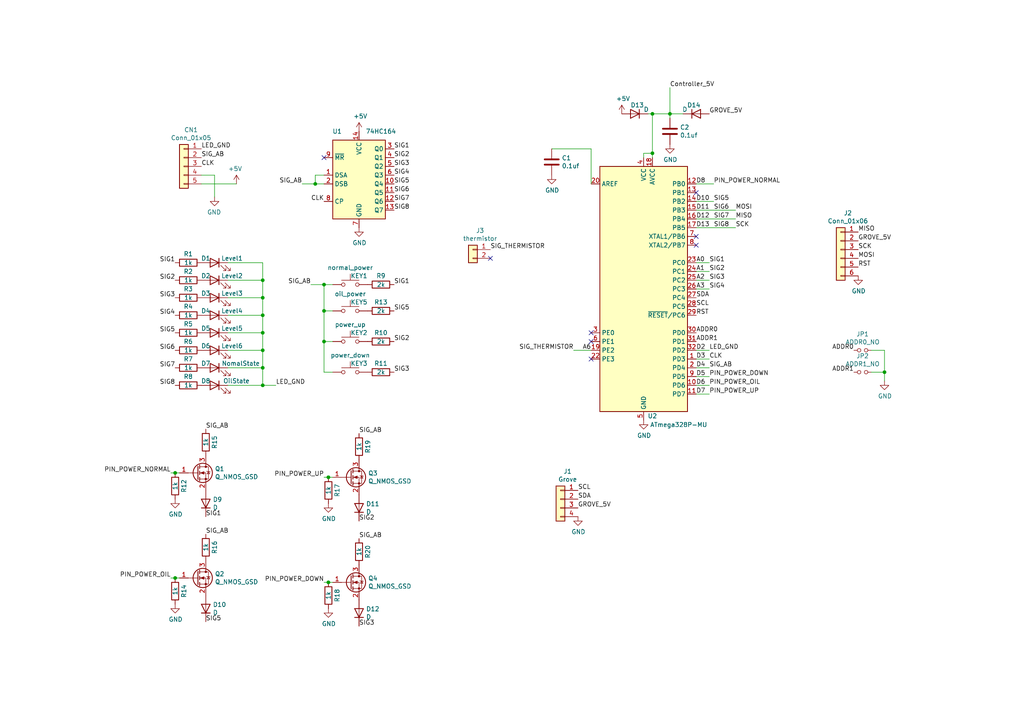
<source format=kicad_sch>
(kicad_sch (version 20230121) (generator eeschema)
  (paper "A4")
  (lib_symbols
    (symbol "74xx:74HC164"
      (property "Reference" "U" (at 1.905 -13.97 0))
      (property "Value" "74HC164" (at 1.905 -16.51 0))
      (symbol "74HC164_0_1"
        (rectangle (start 7.62 10.16) (end -7.62 -12.7) (stroke (width 0.254)) (fill (type background)))
      )
      (symbol "74HC164_1_1"
        (pin input line (at -10.16 0 0) (length 2.54) (name "DSA") (number "1"))
        (pin output line (at 10.16 -2.54 180) (length 2.54) (name "Q4") (number "10"))
        (pin output line (at 10.16 -5.08 180) (length 2.54) (name "Q5") (number "11"))
        (pin output line (at 10.16 -7.62 180) (length 2.54) (name "Q6") (number "12"))
        (pin output line (at 10.16 -10.16 180) (length 2.54) (name "Q7") (number "13"))
        (pin power_in line (at 0 12.7 270) (length 2.54) (name "VCC") (number "14"))
        (pin input line (at -10.16 -2.54 0) (length 2.54) (name "DSB") (number "2"))
        (pin output line (at 10.16 7.62 180) (length 2.54) (name "Q0") (number "3"))
        (pin output line (at 10.16 5.08 180) (length 2.54) (name "Q1") (number "4"))
        (pin output line (at 10.16 2.54 180) (length 2.54) (name "Q2") (number "5"))
        (pin output line (at 10.16 0 180) (length 2.54) (name "Q3") (number "6"))
        (pin power_in line (at 0 -15.24 90) (length 2.54) (name "GND") (number "7"))
        (pin input line (at -10.16 -7.62 0) (length 2.54) (name "CP") (number "8"))
        (pin input line (at -10.16 5.08 0) (length 2.54) (name "~{MR}") (number "9"))
      )
    )
    (symbol "Connector_Generic:Conn_01x02" (pin_names (offset 1.016) hide)
      (property "Reference" "J" (at 0 2.54 0))
      (property "Value" "Conn_01x02" (at 0 -5.08 0))
      (symbol "Conn_01x02_1_1"
        (rectangle (start -1.27 -2.413) (end 0 -2.667) (stroke (width 0.1524)))
        (rectangle (start -1.27 0.127) (end 0 -0.127) (stroke (width 0.1524)))
        (rectangle (start -1.27 1.27) (end 1.27 -3.81) (stroke (width 0.254)) (fill (type background)))
        (pin passive line (at -5.08 0 0) (length 3.81) (name "Pin_1") (number "1"))
        (pin passive line (at -5.08 -2.54 0) (length 3.81) (name "Pin_2") (number "2"))
      )
    )
    (symbol "Connector_Generic:Conn_01x04" (pin_names (offset 1.016) hide)
      (property "Reference" "J" (at 0 5.08 0))
      (property "Value" "Conn_01x04" (at 0 -7.62 0))
      (symbol "Conn_01x04_1_1"
        (rectangle (start -1.27 -4.953) (end 0 -5.207) (stroke (width 0.1524)))
        (rectangle (start -1.27 -2.413) (end 0 -2.667) (stroke (width 0.1524)))
        (rectangle (start -1.27 0.127) (end 0 -0.127) (stroke (width 0.1524)))
        (rectangle (start -1.27 2.667) (end 0 2.413) (stroke (width 0.1524)))
        (rectangle (start -1.27 3.81) (end 1.27 -6.35) (stroke (width 0.254)) (fill (type background)))
        (pin passive line (at -5.08 2.54 0) (length 3.81) (name "Pin_1") (number "1"))
        (pin passive line (at -5.08 0 0) (length 3.81) (name "Pin_2") (number "2"))
        (pin passive line (at -5.08 -2.54 0) (length 3.81) (name "Pin_3") (number "3"))
        (pin passive line (at -5.08 -5.08 0) (length 3.81) (name "Pin_4") (number "4"))
      )
    )
    (symbol "Connector_Generic:Conn_01x05" (pin_names (offset 1.016) hide)
      (property "Reference" "J" (at 0 7.62 0))
      (property "Value" "Conn_01x05" (at 0 -7.62 0))
      (symbol "Conn_01x05_1_1"
        (rectangle (start -1.27 -4.953) (end 0 -5.207) (stroke (width 0.1524)))
        (rectangle (start -1.27 -2.413) (end 0 -2.667) (stroke (width 0.1524)))
        (rectangle (start -1.27 0.127) (end 0 -0.127) (stroke (width 0.1524)))
        (rectangle (start -1.27 2.667) (end 0 2.413) (stroke (width 0.1524)))
        (rectangle (start -1.27 5.207) (end 0 4.953) (stroke (width 0.1524)))
        (rectangle (start -1.27 6.35) (end 1.27 -6.35) (stroke (width 0.254)) (fill (type background)))
        (pin passive line (at -5.08 5.08 0) (length 3.81) (name "Pin_1") (number "1"))
        (pin passive line (at -5.08 2.54 0) (length 3.81) (name "Pin_2") (number "2"))
        (pin passive line (at -5.08 0 0) (length 3.81) (name "Pin_3") (number "3"))
        (pin passive line (at -5.08 -2.54 0) (length 3.81) (name "Pin_4") (number "4"))
        (pin passive line (at -5.08 -5.08 0) (length 3.81) (name "Pin_5") (number "5"))
      )
    )
    (symbol "Connector_Generic:Conn_01x06" (pin_names (offset 1.016) hide)
      (property "Reference" "J" (at 0 7.62 0))
      (property "Value" "Conn_01x06" (at 0 -10.16 0))
      (symbol "Conn_01x06_1_1"
        (rectangle (start -1.27 -7.493) (end 0 -7.747) (stroke (width 0.1524)))
        (rectangle (start -1.27 -4.953) (end 0 -5.207) (stroke (width 0.1524)))
        (rectangle (start -1.27 -2.413) (end 0 -2.667) (stroke (width 0.1524)))
        (rectangle (start -1.27 0.127) (end 0 -0.127) (stroke (width 0.1524)))
        (rectangle (start -1.27 2.667) (end 0 2.413) (stroke (width 0.1524)))
        (rectangle (start -1.27 5.207) (end 0 4.953) (stroke (width 0.1524)))
        (rectangle (start -1.27 6.35) (end 1.27 -8.89) (stroke (width 0.254)) (fill (type background)))
        (pin passive line (at -5.08 5.08 0) (length 3.81) (name "Pin_1") (number "1"))
        (pin passive line (at -5.08 2.54 0) (length 3.81) (name "Pin_2") (number "2"))
        (pin passive line (at -5.08 0 0) (length 3.81) (name "Pin_3") (number "3"))
        (pin passive line (at -5.08 -2.54 0) (length 3.81) (name "Pin_4") (number "4"))
        (pin passive line (at -5.08 -5.08 0) (length 3.81) (name "Pin_5") (number "5"))
        (pin passive line (at -5.08 -7.62 0) (length 3.81) (name "Pin_6") (number "6"))
      )
    )
    (symbol "Device:C" (pin_numbers hide) (pin_names (offset 0.254))
      (property "Reference" "C" (at 0.635 2.54 0))
      (property "Value" "C" (at 0.635 -2.54 0))
      (symbol "C_0_1"
        (polyline (pts (xy -2.032 -0.762) (xy 2.032 -0.762)) (stroke (width 0.508)))
        (polyline (pts (xy -2.032 0.762) (xy 2.032 0.762)) (stroke (width 0.508)))
      )
      (symbol "C_1_1"
        (pin passive line (at 0 3.81 270) (length 2.794) (name "~") (number "1"))
        (pin passive line (at 0 -3.81 90) (length 2.794) (name "~") (number "2"))
      )
    )
    (symbol "Device:D" (pin_numbers hide) (pin_names (offset 1.016) hide)
      (property "Reference" "D" (at 0 2.54 0))
      (property "Value" "D" (at 0 -2.54 0))
      (symbol "D_0_1"
        (polyline (pts (xy -1.27 1.27) (xy -1.27 -1.27)) (stroke (width 0.254)))
        (polyline (pts (xy 1.27 0) (xy -1.27 0)))
        (polyline (pts (xy 1.27 1.27) (xy 1.27 -1.27) (xy -1.27 0) (xy 1.27 1.27)) (stroke (width 0.254)))
      )
      (symbol "D_1_1"
        (pin passive line (at -3.81 0 0) (length 2.54) (name "K") (number "1"))
        (pin passive line (at 3.81 0 180) (length 2.54) (name "A") (number "2"))
      )
    )
    (symbol "Device:LED" (pin_numbers hide) (pin_names (offset 1.016) hide)
      (property "Reference" "D" (at 0 2.54 0))
      (property "Value" "LED" (at 0 -2.54 0))
      (symbol "LED_0_1"
        (polyline (pts (xy -1.27 -1.27) (xy -1.27 1.27)) (stroke (width 0.254)))
        (polyline (pts (xy -1.27 0) (xy 1.27 0)))
        (polyline (pts (xy 1.27 -1.27) (xy 1.27 1.27) (xy -1.27 0) (xy 1.27 -1.27)) (stroke (width 0.254)))
        (polyline (pts (xy -3.048 -0.762) (xy -4.572 -2.286) (xy -3.81 -2.286) (xy -4.572 -2.286) (xy -4.572 -1.524)))
        (polyline (pts (xy -1.778 -0.762) (xy -3.302 -2.286) (xy -2.54 -2.286) (xy -3.302 -2.286) (xy -3.302 -1.524)))
      )
      (symbol "LED_1_1"
        (pin passive line (at -3.81 0 0) (length 2.54) (name "K") (number "1"))
        (pin passive line (at 3.81 0 180) (length 2.54) (name "A") (number "2"))
      )
    )
    (symbol "Device:Q_NMOS_GSD" (pin_names (offset 0) hide)
      (property "Reference" "Q" (at 5.08 1.27 0))
      (property "Value" "Q_NMOS_GSD" (at 5.08 -1.27 0))
      (symbol "Q_NMOS_GSD_0_1"
        (polyline (pts (xy 0.254 0) (xy -2.54 0)))
        (polyline (pts (xy 0.254 1.905) (xy 0.254 -1.905)) (stroke (width 0.254)))
        (polyline (pts (xy 0.762 -1.27) (xy 0.762 -2.286)) (stroke (width 0.254)))
        (polyline (pts (xy 0.762 0.508) (xy 0.762 -0.508)) (stroke (width 0.254)))
        (polyline (pts (xy 0.762 2.286) (xy 0.762 1.27)) (stroke (width 0.254)))
        (polyline (pts (xy 2.54 2.54) (xy 2.54 1.778)))
        (polyline (pts (xy 2.54 -2.54) (xy 2.54 0) (xy 0.762 0)))
        (polyline (pts (xy 0.762 -1.778) (xy 3.302 -1.778) (xy 3.302 1.778) (xy 0.762 1.778)))
        (polyline (pts (xy 1.016 0) (xy 2.032 0.381) (xy 2.032 -0.381) (xy 1.016 0)) (fill (type outline)))
        (polyline (pts (xy 2.794 0.508) (xy 2.921 0.381) (xy 3.683 0.381) (xy 3.81 0.254)))
        (polyline (pts (xy 3.302 0.381) (xy 2.921 -0.254) (xy 3.683 -0.254) (xy 3.302 0.381)))
        (circle (center 1.651 0) (radius 2.794) (stroke (width 0.254)))
        (circle (center 2.54 -1.778) (radius 0.254) (fill (type outline)))
        (circle (center 2.54 1.778) (radius 0.254) (fill (type outline)))
      )
      (symbol "Q_NMOS_GSD_1_1"
        (pin input line (at -5.08 0 0) (length 2.54) (name "G") (number "1"))
        (pin passive line (at 2.54 -5.08 90) (length 2.54) (name "S") (number "2"))
        (pin passive line (at 2.54 5.08 270) (length 2.54) (name "D") (number "3"))
      )
    )
    (symbol "Device:R" (pin_numbers hide) (pin_names (offset 0))
      (property "Reference" "R" (at 2.032 0 90))
      (property "Value" "R" (at 0 0 90))
      (symbol "R_0_1"
        (rectangle (start -1.016 -2.54) (end 1.016 2.54) (stroke (width 0.254)))
      )
      (symbol "R_1_1"
        (pin passive line (at 0 3.81 270) (length 1.27) (name "~") (number "1"))
        (pin passive line (at 0 -3.81 90) (length 1.27) (name "~") (number "2"))
      )
    )
    (symbol "IRIS-OHYAMA-IHK-T35-I2C-Controller-rescue:ATmega328PB-MU-MCU_Microchip_ATmega"
      (property "Reference" "U" (at -12.7 36.83 0))
      (property "Value" "MCU_Microchip_ATmega_ATmega328PB-MU" (at 2.54 -36.83 0))
      (symbol "ATmega328PB-MU-MCU_Microchip_ATmega_0_1"
        (rectangle (start -12.7 -35.56) (end 12.7 35.56) (stroke (width 0.254)) (fill (type background)))
      )
      (symbol "ATmega328PB-MU-MCU_Microchip_ATmega_1_1"
        (pin bidirectional line (at 15.24 -20.32 180) (length 2.54) (name "PD3") (number "1"))
        (pin bidirectional line (at 15.24 -27.94 180) (length 2.54) (name "PD6") (number "10"))
        (pin bidirectional line (at 15.24 -30.48 180) (length 2.54) (name "PD7") (number "11"))
        (pin bidirectional line (at 15.24 30.48 180) (length 2.54) (name "PB0") (number "12"))
        (pin bidirectional line (at 15.24 27.94 180) (length 2.54) (name "PB1") (number "13"))
        (pin bidirectional line (at 15.24 25.4 180) (length 2.54) (name "PB2") (number "14"))
        (pin bidirectional line (at 15.24 22.86 180) (length 2.54) (name "PB3") (number "15"))
        (pin bidirectional line (at 15.24 20.32 180) (length 2.54) (name "PB4") (number "16"))
        (pin bidirectional line (at 15.24 17.78 180) (length 2.54) (name "PB5") (number "17"))
        (pin power_in line (at 2.54 38.1 270) (length 2.54) (name "AVCC") (number "18"))
        (pin bidirectional line (at -15.24 -17.78 0) (length 2.54) (name "PE2") (number "19"))
        (pin bidirectional line (at 15.24 -22.86 180) (length 2.54) (name "PD4") (number "2"))
        (pin passive line (at -15.24 30.48 0) (length 2.54) (name "AREF") (number "20"))
        (pin passive line (at 0 -38.1 90) (length 2.54) hide (name "GND") (number "21"))
        (pin bidirectional line (at -15.24 -20.32 0) (length 2.54) (name "PE3") (number "22"))
        (pin bidirectional line (at 15.24 7.62 180) (length 2.54) (name "PC0") (number "23"))
        (pin bidirectional line (at 15.24 5.08 180) (length 2.54) (name "PC1") (number "24"))
        (pin bidirectional line (at 15.24 2.54 180) (length 2.54) (name "PC2") (number "25"))
        (pin bidirectional line (at 15.24 0 180) (length 2.54) (name "PC3") (number "26"))
        (pin bidirectional line (at 15.24 -2.54 180) (length 2.54) (name "PC4") (number "27"))
        (pin bidirectional line (at 15.24 -5.08 180) (length 2.54) (name "PC5") (number "28"))
        (pin bidirectional line (at 15.24 -7.62 180) (length 2.54) (name "~{RESET}/PC6") (number "29"))
        (pin bidirectional line (at -15.24 -12.7 0) (length 2.54) (name "PE0") (number "3"))
        (pin bidirectional line (at 15.24 -12.7 180) (length 2.54) (name "PD0") (number "30"))
        (pin bidirectional line (at 15.24 -15.24 180) (length 2.54) (name "PD1") (number "31"))
        (pin bidirectional line (at 15.24 -17.78 180) (length 2.54) (name "PD2") (number "32"))
        (pin passive line (at 0 -38.1 90) (length 2.54) hide (name "GND") (number "33"))
        (pin power_in line (at 0 38.1 270) (length 2.54) (name "VCC") (number "4"))
        (pin power_in line (at 0 -38.1 90) (length 2.54) (name "GND") (number "5"))
        (pin bidirectional line (at -15.24 -15.24 0) (length 2.54) (name "PE1") (number "6"))
        (pin bidirectional line (at 15.24 15.24 180) (length 2.54) (name "XTAL1/PB6") (number "7"))
        (pin bidirectional line (at 15.24 12.7 180) (length 2.54) (name "XTAL2/PB7") (number "8"))
        (pin bidirectional line (at 15.24 -25.4 180) (length 2.54) (name "PD5") (number "9"))
      )
    )
    (symbol "IRIS-OHYAMA-IHK-T35-I2C-Controller-rescue:Jumper_NO_Small-Device" (pin_numbers hide) (pin_names (offset 0.762) hide)
      (property "Reference" "JP" (at 0 2.032 0))
      (property "Value" "Device_Jumper_NO_Small" (at 0.254 -1.524 0))
      (symbol "Jumper_NO_Small-Device_0_1"
        (circle (center -1.016 0) (radius 0.508))
        (circle (center 1.016 0) (radius 0.508))
        (pin passive line (at -2.54 0 0) (length 1.016) (name "1") (number "1"))
        (pin passive line (at 2.54 0 180) (length 1.016) (name "2") (number "2"))
      )
    )
    (symbol "Switch:SW_Push" (pin_numbers hide) (pin_names (offset 1.016) hide)
      (property "Reference" "SW" (at 1.27 2.54 0))
      (property "Value" "SW_Push" (at 0 -1.524 0))
      (symbol "SW_Push_0_1"
        (circle (center -2.032 0) (radius 0.508))
        (polyline (pts (xy 0 1.27) (xy 0 3.048)))
        (polyline (pts (xy 2.54 1.27) (xy -2.54 1.27)))
        (circle (center 2.032 0) (radius 0.508))
        (pin passive line (at -5.08 0 0) (length 2.54) (name "1") (number "1"))
        (pin passive line (at 5.08 0 180) (length 2.54) (name "2") (number "2"))
      )
    )
    (symbol "power:+5V" (power) (pin_names (offset 0))
      (property "Value" "+5V" (at 0 3.556 0))
      (symbol "+5V_0_1"
        (polyline (pts (xy -0.762 1.27) (xy 0 2.54)))
        (polyline (pts (xy 0 0) (xy 0 2.54)))
        (polyline (pts (xy 0 2.54) (xy 0.762 1.27)))
      )
      (symbol "+5V_1_1"
        (pin power_in line (at 0 0 90) (length 0) hide (name "+5V") (number "1"))
      )
    )
    (symbol "power:GND" (power) (pin_names (offset 0))
      (property "Value" "GND" (at 0 -3.81 0))
      (symbol "GND_0_1"
        (polyline (pts (xy 0 0) (xy 0 -1.27) (xy 1.27 -1.27) (xy 0 -2.54) (xy -1.27 -1.27) (xy 0 -1.27)))
      )
      (symbol "GND_1_1"
        (pin power_in line (at 0 0 270) (length 0) hide (name "GND") (number "1"))
      )
    )
  )
  (junction (at 95.25 138.43))
  (junction (at 91.44 53.34))
  (junction (at 256.54 107.95))
  (junction (at 95.25 168.91))
  (junction (at 76.2 96.52))
  (junction (at 189.23 33.02))
  (junction (at 76.2 106.68))
  (junction (at 76.2 91.44))
  (junction (at 76.2 111.76))
  (junction (at 189.23 44.45))
  (junction (at 93.98 90.17))
  (junction (at 76.2 86.36))
  (junction (at 50.8 167.64))
  (junction (at 93.98 99.06))
  (junction (at 50.8 137.16))
  (junction (at 194.31 33.02))
  (junction (at 76.2 81.28))
  (junction (at 76.2 101.6))
  (junction (at 93.98 82.55))
  (no_connect (at 201.93 68.58))
  (no_connect (at 171.45 96.52))
  (no_connect (at 93.98 45.72))
  (no_connect (at 201.93 71.12))
  (no_connect (at 171.45 99.06))
  (no_connect (at 142.24 74.93))
  (no_connect (at 171.45 104.14))
  (no_connect (at 201.93 55.88))
  (wire (pts (xy 62.23 50.8) (xy 58.42 50.8)))
  (wire (pts (xy 201.93 60.96) (xy 213.36 60.96)))
  (wire (pts (xy 93.98 99.06) (xy 93.98 107.95)))
  (wire (pts (xy 95.25 168.91) (xy 93.98 168.91)))
  (wire (pts (xy 93.98 107.95) (xy 96.52 107.95)))
  (wire (pts (xy 80.01 111.76) (xy 76.2 111.76)))
  (wire (pts (xy 93.98 82.55) (xy 93.98 90.17)))
  (wire (pts (xy 189.23 44.45) (xy 186.69 44.45)))
  (wire (pts (xy 58.42 53.34) (xy 68.58 53.34)))
  (wire (pts (xy 76.2 86.36) (xy 76.2 91.44)))
  (wire (pts (xy 93.98 90.17) (xy 96.52 90.17)))
  (wire (pts (xy 93.98 90.17) (xy 93.98 99.06)))
  (wire (pts (xy 201.93 66.04) (xy 213.36 66.04)))
  (wire (pts (xy 201.93 63.5) (xy 213.36 63.5)))
  (wire (pts (xy 201.93 109.22) (xy 205.74 109.22)))
  (wire (pts (xy 76.2 91.44) (xy 76.2 96.52)))
  (wire (pts (xy 201.93 81.28) (xy 205.74 81.28)))
  (wire (pts (xy 50.8 167.64) (xy 49.53 167.64)))
  (wire (pts (xy 66.04 101.6) (xy 76.2 101.6)))
  (wire (pts (xy 96.52 168.91) (xy 95.25 168.91)))
  (wire (pts (xy 66.04 76.2) (xy 76.2 76.2)))
  (wire (pts (xy 201.93 76.2) (xy 205.74 76.2)))
  (wire (pts (xy 76.2 96.52) (xy 76.2 101.6)))
  (wire (pts (xy 50.8 137.16) (xy 49.53 137.16)))
  (wire (pts (xy 52.07 167.64) (xy 50.8 167.64)))
  (wire (pts (xy 256.54 110.49) (xy 256.54 107.95)))
  (wire (pts (xy 205.74 106.68) (xy 201.93 106.68)))
  (wire (pts (xy 66.04 111.76) (xy 76.2 111.76)))
  (wire (pts (xy 256.54 107.95) (xy 256.54 101.6)))
  (wire (pts (xy 93.98 50.8) (xy 91.44 50.8)))
  (wire (pts (xy 171.45 43.18) (xy 160.02 43.18)))
  (wire (pts (xy 66.04 96.52) (xy 76.2 96.52)))
  (wire (pts (xy 93.98 82.55) (xy 96.52 82.55)))
  (wire (pts (xy 66.04 81.28) (xy 76.2 81.28)))
  (wire (pts (xy 66.04 86.36) (xy 76.2 86.36)))
  (wire (pts (xy 189.23 44.45) (xy 189.23 45.72)))
  (wire (pts (xy 205.74 111.76) (xy 201.93 111.76)))
  (wire (pts (xy 96.52 138.43) (xy 95.25 138.43)))
  (wire (pts (xy 76.2 106.68) (xy 76.2 111.76)))
  (wire (pts (xy 62.23 57.15) (xy 62.23 50.8)))
  (wire (pts (xy 76.2 101.6) (xy 76.2 106.68)))
  (wire (pts (xy 76.2 76.2) (xy 76.2 81.28)))
  (wire (pts (xy 66.04 91.44) (xy 76.2 91.44)))
  (wire (pts (xy 187.96 33.02) (xy 189.23 33.02)))
  (wire (pts (xy 207.01 53.34) (xy 201.93 53.34)))
  (wire (pts (xy 186.69 44.45) (xy 186.69 45.72)))
  (wire (pts (xy 90.17 82.55) (xy 93.98 82.55)))
  (wire (pts (xy 87.63 53.34) (xy 91.44 53.34)))
  (wire (pts (xy 171.45 101.6) (xy 166.37 101.6)))
  (wire (pts (xy 201.93 104.14) (xy 205.74 104.14)))
  (wire (pts (xy 201.93 58.42) (xy 207.01 58.42)))
  (wire (pts (xy 91.44 53.34) (xy 93.98 53.34)))
  (wire (pts (xy 194.31 33.02) (xy 194.31 34.29)))
  (wire (pts (xy 171.45 53.34) (xy 171.45 43.18)))
  (wire (pts (xy 205.74 83.82) (xy 201.93 83.82)))
  (wire (pts (xy 189.23 33.02) (xy 194.31 33.02)))
  (wire (pts (xy 96.52 99.06) (xy 93.98 99.06)))
  (wire (pts (xy 76.2 81.28) (xy 76.2 86.36)))
  (wire (pts (xy 252.73 107.95) (xy 256.54 107.95)))
  (wire (pts (xy 189.23 33.02) (xy 189.23 44.45)))
  (wire (pts (xy 52.07 137.16) (xy 50.8 137.16)))
  (wire (pts (xy 66.04 106.68) (xy 76.2 106.68)))
  (wire (pts (xy 95.25 138.43) (xy 93.98 138.43)))
  (wire (pts (xy 194.31 25.4) (xy 194.31 33.02)))
  (wire (pts (xy 256.54 101.6) (xy 252.73 101.6)))
  (wire (pts (xy 201.93 114.3) (xy 205.74 114.3)))
  (wire (pts (xy 91.44 50.8) (xy 91.44 53.34)))
  (wire (pts (xy 205.74 78.74) (xy 201.93 78.74)))
  (wire (pts (xy 205.74 101.6) (xy 201.93 101.6)))
  (wire (pts (xy 194.31 33.02) (xy 198.12 33.02)))
  (label "SDA" (at 167.64 144.78 0))
  (label "PIN_POWER_NORMAL" (at 207.01 53.34 0))
  (label "SIG2" (at 114.3 99.06 0))
  (label "SIG_AB" (at 205.74 106.68 0))
  (label "MISO" (at 248.92 67.31 0))
  (label "SCK" (at 248.92 72.39 0))
  (label "LED_GND" (at 80.01 111.76 0))
  (label "SIG_AB" (at 59.69 124.46 0))
  (label "SIG7" (at 207.01 63.5 0))
  (label "SIG2" (at 104.14 151.13 0))
  (label "A2" (at 201.93 81.28 0))
  (label "SIG7" (at 50.8 106.68 180))
  (label "SIG3" (at 104.14 181.61 0))
  (label "D8" (at 201.93 53.34 0))
  (label "SIG7" (at 114.3 58.42 0))
  (label "SIG5" (at 50.8 96.52 180))
  (label "SIG6" (at 114.3 55.88 0))
  (label "ADDR0" (at 201.93 96.52 0))
  (label "SIG_AB" (at 104.14 156.21 0))
  (label "SIG_THERMISTOR" (at 142.24 72.39 0))
  (label "MOSI" (at 248.92 74.93 0))
  (label "SIG_AB" (at 87.63 53.34 180))
  (label "ADDR0" (at 247.65 101.6 180))
  (label "GROVE_5V" (at 167.64 147.32 0))
  (label "PIN_POWER_DOWN" (at 93.98 168.91 180))
  (label "CLK" (at 93.98 58.42 180))
  (label "SCL" (at 201.93 88.9 0))
  (label "ADDR1" (at 247.65 107.95 180))
  (label "Controller_5V" (at 194.31 25.4 0))
  (label "SIG5" (at 114.3 53.34 0))
  (label "SIG_AB" (at 90.17 82.55 180))
  (label "SIG_AB" (at 59.69 154.94 0))
  (label "D13" (at 201.93 66.04 0))
  (label "PIN_POWER_OIL" (at 205.74 111.76 0))
  (label "SIG_AB" (at 58.42 45.72 0))
  (label "D5" (at 201.93 109.22 0))
  (label "SIG3" (at 114.3 107.95 0))
  (label "SIG3" (at 114.3 48.26 0))
  (label "D6" (at 201.93 111.76 0))
  (label "SIG2" (at 114.3 45.72 0))
  (label "SIG2" (at 205.74 78.74 0))
  (label "PIN_POWER_UP" (at 205.74 114.3 0))
  (label "CLK" (at 205.74 104.14 0))
  (label "SCL" (at 167.64 142.24 0))
  (label "MOSI" (at 213.36 60.96 0))
  (label "SIG1" (at 50.8 76.2 180))
  (label "SIG_AB" (at 104.14 125.73 0))
  (label "D10" (at 201.93 58.42 0))
  (label "SIG5" (at 59.69 180.34 0))
  (label "D3" (at 201.93 104.14 0))
  (label "SIG5" (at 207.01 58.42 0))
  (label "SCK" (at 213.36 66.04 0))
  (label "D12" (at 201.93 63.5 0))
  (label "GROVE_5V" (at 248.92 69.85 0))
  (label "D2" (at 201.93 101.6 0))
  (label "SIG1" (at 114.3 43.18 0))
  (label "RST" (at 201.93 91.44 0))
  (label "D7" (at 201.93 114.3 0))
  (label "SIG_THERMISTOR" (at 166.37 101.6 180))
  (label "LED_GND" (at 205.74 101.6 0))
  (label "GROVE_5V" (at 205.74 33.02 0))
  (label "D4" (at 201.93 106.68 0))
  (label "SIG6" (at 207.01 60.96 0))
  (label "A0" (at 201.93 76.2 0))
  (label "SIG8" (at 50.8 111.76 180))
  (label "A3" (at 201.93 83.82 0))
  (label "SIG1" (at 205.74 76.2 0))
  (label "RST" (at 248.92 77.47 0))
  (label "SIG4" (at 114.3 50.8 0))
  (label "A6" (at 171.45 101.6 180))
  (label "SIG4" (at 50.8 91.44 180))
  (label "SIG8" (at 207.01 66.04 0))
  (label "CLK" (at 58.42 48.26 0))
  (label "PIN_POWER_UP" (at 93.98 138.43 180))
  (label "PIN_POWER_NORMAL" (at 49.53 137.16 180))
  (label "ADDR1" (at 201.93 99.06 0))
  (label "D11" (at 201.93 60.96 0))
  (label "MISO" (at 213.36 63.5 0))
  (label "SIG3" (at 50.8 86.36 180))
  (label "A1" (at 201.93 78.74 0))
  (label "LED_GND" (at 58.42 43.18 0))
  (label "SIG6" (at 50.8 101.6 180))
  (label "PIN_POWER_OIL" (at 49.53 167.64 180))
  (label "SIG3" (at 205.74 81.28 0))
  (label "PIN_POWER_DOWN" (at 205.74 109.22 0))
  (label "SIG5" (at 114.3 90.17 0))
  (label "SIG2" (at 50.8 81.28 180))
  (label "SIG1" (at 59.69 149.86 0))
  (label "SDA" (at 201.93 86.36 0))
  (label "SIG8" (at 114.3 60.96 0))
  (label "SIG1" (at 114.3 82.55 0))
  (label "SIG4" (at 205.74 83.82 0))
  (symbol (lib_id "74xx:74HC164") (at 104.14 50.8 0) (unit 1)
    (property "Reference" "U1" (at 97.79 38.1 0))
    (property "Value" "74HC164" (at 110.49 38.1 0))
    (property "Footprint" "footprints:SOP-14_4.4x9.2mm_P1.27mm" (effects hide))
    (property "Datasheet" "https://assets.nexperia.com/documents/data-sheet/74HC_HCT164.pdf" (effects hide))
  )
  (symbol (lib_id "Connector_Generic:Conn_01x05") (at 53.34 48.26 0) (mirror y) (unit 1)
    (property "Reference" "CN1" (at 55.4228 37.6682 0))
    (property "Value" "Conn_01x05" (at 55.4228 39.9796 0))
    (property "Footprint" "Connector_JST:JST_XH_S5B-XH-A_1x05_P2.50mm_Horizontal" (effects hide))
  )
  (symbol (lib_id "power:+5V") (at 68.58 53.34 0) (mirror y) (unit 1)
    (property "Reference" "#PWR0101" (effects hide))
    (property "Value" "+5V" (at 68.199 48.9458 0))
  )
  (symbol (lib_id "power:GND") (at 62.23 57.15 0) (mirror y) (unit 1)
    (property "Reference" "#PWR0102" (effects hide))
    (property "Value" "GND" (at 62.103 61.5442 0))
  )
  (symbol (lib_id "Device:LED") (at 62.23 76.2 0) (mirror y) (unit 1)
    (property "Reference" "D1" (at 59.69 74.93 0))
    (property "Value" "Level1" (at 67.31 74.93 0))
    (property "Footprint" "LED_SMD:LED_0603_1608Metric" (effects hide))
  )
  (symbol (lib_id "power:GND") (at 104.14 66.04 0) (unit 1)
    (property "Reference" "#PWR0103" (effects hide))
    (property "Value" "GND" (at 104.267 70.4342 0))
  )
  (symbol (lib_id "power:+5V") (at 104.14 38.1 0) (unit 1)
    (property "Reference" "#PWR0104" (effects hide))
    (property "Value" "+5V" (at 104.521 33.7058 0))
  )
  (symbol (lib_id "Device:R") (at 54.61 76.2 270) (unit 1)
    (property "Reference" "R1" (at 54.61 73.66 90))
    (property "Value" "1k" (at 54.61 76.2 90))
    (property "Footprint" "Resistor_SMD:R_0603_1608Metric" (effects hide))
  )
  (symbol (lib_id "Device:LED") (at 62.23 81.28 0) (mirror y) (unit 1)
    (property "Reference" "D2" (at 59.69 80.01 0))
    (property "Value" "Level2" (at 67.31 80.01 0))
    (property "Footprint" "LED_SMD:LED_0603_1608Metric" (effects hide))
  )
  (symbol (lib_id "Device:R") (at 54.61 81.28 270) (unit 1)
    (property "Reference" "R2" (at 54.61 78.74 90))
    (property "Value" "1k" (at 54.61 81.28 90))
    (property "Footprint" "Resistor_SMD:R_0603_1608Metric" (effects hide))
  )
  (symbol (lib_id "Device:LED") (at 62.23 86.36 0) (mirror y) (unit 1)
    (property "Reference" "D3" (at 59.69 85.09 0))
    (property "Value" "Level3" (at 67.31 85.09 0))
    (property "Footprint" "LED_SMD:LED_0603_1608Metric" (effects hide))
  )
  (symbol (lib_id "Device:R") (at 54.61 86.36 270) (unit 1)
    (property "Reference" "R3" (at 54.61 83.82 90))
    (property "Value" "1k" (at 54.61 86.36 90))
    (property "Footprint" "Resistor_SMD:R_0603_1608Metric" (effects hide))
  )
  (symbol (lib_id "Device:LED") (at 62.23 91.44 0) (mirror y) (unit 1)
    (property "Reference" "D4" (at 59.69 90.17 0))
    (property "Value" "Level4" (at 67.31 90.17 0))
    (property "Footprint" "LED_SMD:LED_0603_1608Metric" (effects hide))
  )
  (symbol (lib_id "Device:R") (at 54.61 91.44 270) (unit 1)
    (property "Reference" "R4" (at 54.61 88.9 90))
    (property "Value" "1k" (at 54.61 91.44 90))
    (property "Footprint" "Resistor_SMD:R_0603_1608Metric" (effects hide))
  )
  (symbol (lib_id "Device:LED") (at 62.23 96.52 0) (mirror y) (unit 1)
    (property "Reference" "D5" (at 59.69 95.25 0))
    (property "Value" "Level5" (at 67.31 95.25 0))
    (property "Footprint" "LED_SMD:LED_0603_1608Metric" (effects hide))
  )
  (symbol (lib_id "Device:R") (at 54.61 96.52 270) (unit 1)
    (property "Reference" "R5" (at 54.61 93.98 90))
    (property "Value" "1k" (at 54.61 96.52 90))
    (property "Footprint" "Resistor_SMD:R_0603_1608Metric" (effects hide))
  )
  (symbol (lib_id "Device:LED") (at 62.23 101.6 0) (mirror y) (unit 1)
    (property "Reference" "D6" (at 59.69 100.33 0))
    (property "Value" "Level6" (at 67.31 100.33 0))
    (property "Footprint" "LED_SMD:LED_0603_1608Metric" (effects hide))
  )
  (symbol (lib_id "Device:R") (at 54.61 101.6 270) (unit 1)
    (property "Reference" "R6" (at 54.61 99.06 90))
    (property "Value" "1k" (at 54.61 101.6 90))
    (property "Footprint" "Resistor_SMD:R_0603_1608Metric" (effects hide))
  )
  (symbol (lib_id "Device:LED") (at 62.23 106.68 0) (mirror y) (unit 1)
    (property "Reference" "D7" (at 59.69 105.41 0))
    (property "Value" "NomalState" (at 69.85 105.41 0))
    (property "Footprint" "LED_SMD:LED_0603_1608Metric" (effects hide))
  )
  (symbol (lib_id "Device:R") (at 54.61 106.68 270) (unit 1)
    (property "Reference" "R7" (at 54.61 104.14 90))
    (property "Value" "1k" (at 54.61 106.68 90))
    (property "Footprint" "Resistor_SMD:R_0603_1608Metric" (effects hide))
  )
  (symbol (lib_id "Device:LED") (at 62.23 111.76 0) (mirror y) (unit 1)
    (property "Reference" "D8" (at 59.69 110.49 0))
    (property "Value" "OilState" (at 68.58 110.49 0))
    (property "Footprint" "LED_SMD:LED_0603_1608Metric" (effects hide))
  )
  (symbol (lib_id "Device:R") (at 54.61 111.76 270) (unit 1)
    (property "Reference" "R8" (at 54.61 109.22 90))
    (property "Value" "1k" (at 54.61 111.76 90))
    (property "Footprint" "Resistor_SMD:R_0603_1608Metric" (effects hide))
  )
  (symbol (lib_id "Switch:SW_Push") (at 101.6 82.55 0) (unit 1)
    (property "Reference" "KEY1" (at 104.14 80.01 0))
    (property "Value" "normal_power" (at 101.6 77.6224 0))
    (property "Footprint" "footprints:SW_PUSH_6mm_center_like_smd" (effects hide))
  )
  (symbol (lib_id "Switch:SW_Push") (at 101.6 99.06 0) (unit 1)
    (property "Reference" "KEY2" (at 104.14 96.52 0))
    (property "Value" "power_up" (at 101.6 94.1324 0))
    (property "Footprint" "footprints:SW_PUSH_6mm_center_like_smd" (effects hide))
  )
  (symbol (lib_id "Switch:SW_Push") (at 101.6 107.95 0) (unit 1)
    (property "Reference" "KEY3" (at 104.14 105.41 0))
    (property "Value" "power_down" (at 101.6 103.0224 0))
    (property "Footprint" "footprints:SW_PUSH_6mm_center_like_smd" (effects hide))
  )
  (symbol (lib_id "Switch:SW_Push") (at 101.6 90.17 0) (unit 1)
    (property "Reference" "KEY5" (at 104.14 87.63 0))
    (property "Value" "oil_power" (at 101.6 85.2424 0))
    (property "Footprint" "footprints:SW_PUSH_6mm_center_like_smd" (effects hide))
  )
  (symbol (lib_id "Device:R") (at 110.49 82.55 90) (mirror x) (unit 1)
    (property "Reference" "R9" (at 110.49 80.01 90))
    (property "Value" "2k" (at 110.49 82.55 90))
    (property "Footprint" "Resistor_SMD:R_0603_1608Metric" (effects hide))
  )
  (symbol (lib_id "Device:R") (at 110.49 99.06 90) (mirror x) (unit 1)
    (property "Reference" "R10" (at 110.49 96.52 90))
    (property "Value" "2k" (at 110.49 99.06 90))
    (property "Footprint" "Resistor_SMD:R_0603_1608Metric" (effects hide))
  )
  (symbol (lib_id "Device:R") (at 110.49 107.95 90) (mirror x) (unit 1)
    (property "Reference" "R11" (at 110.49 105.41 90))
    (property "Value" "2k" (at 110.49 107.95 90))
    (property "Footprint" "Resistor_SMD:R_0603_1608Metric" (effects hide))
  )
  (symbol (lib_id "Device:R") (at 110.49 90.17 90) (mirror x) (unit 1)
    (property "Reference" "R13" (at 110.49 87.63 90))
    (property "Value" "2k" (at 110.49 90.17 90))
    (property "Footprint" "Resistor_SMD:R_0603_1608Metric" (effects hide))
  )
  (symbol (lib_id "Device:Q_NMOS_GSD") (at 57.15 167.64 0) (unit 1)
    (property "Reference" "Q2" (at 62.3316 166.4716 0) (effects (justify left)))
    (property "Value" "Q_NMOS_GSD" (at 62.3316 168.783 0) (effects (justify left)))
    (property "Footprint" "Package_TO_SOT_SMD:SOT-23" (effects hide))
  )
  (symbol (lib_id "Device:D") (at 59.69 176.53 90) (unit 1)
    (property "Reference" "D10" (at 61.722 175.3616 90) (effects (justify right)))
    (property "Value" "D" (at 61.722 177.673 90) (effects (justify right)))
    (property "Footprint" "Diode_SMD:D_SOD-123F" (effects hide))
  )
  (symbol (lib_id "Device:R") (at 59.69 158.75 0) (mirror y) (unit 1)
    (property "Reference" "R16" (at 62.23 158.75 90))
    (property "Value" "1k" (at 59.69 158.75 90))
    (property "Footprint" "Resistor_SMD:R_0603_1608Metric" (effects hide))
  )
  (symbol (lib_id "Device:R") (at 50.8 171.45 0) (mirror y) (unit 1)
    (property "Reference" "R14" (at 53.34 171.45 90))
    (property "Value" "1k" (at 50.8 171.45 90))
    (property "Footprint" "Resistor_SMD:R_0603_1608Metric" (effects hide))
  )
  (symbol (lib_id "power:GND") (at 50.8 175.26 0) (unit 1)
    (property "Reference" "#PWR0105" (effects hide))
    (property "Value" "GND" (at 50.927 179.6542 0))
  )
  (symbol (lib_id "Device:D") (at 104.14 177.8 90) (unit 1)
    (property "Reference" "D12" (at 106.172 176.6316 90) (effects (justify right)))
    (property "Value" "D" (at 106.172 178.943 90) (effects (justify right)))
    (property "Footprint" "Diode_SMD:D_SOD-123F" (effects hide))
  )
  (symbol (lib_id "Device:R") (at 104.14 160.02 0) (mirror y) (unit 1)
    (property "Reference" "R20" (at 106.68 160.02 90))
    (property "Value" "1k" (at 104.14 160.02 90))
    (property "Footprint" "Resistor_SMD:R_0603_1608Metric" (effects hide))
  )
  (symbol (lib_id "Device:Q_NMOS_GSD") (at 101.6 168.91 0) (unit 1)
    (property "Reference" "Q4" (at 106.7816 167.7416 0) (effects (justify left)))
    (property "Value" "Q_NMOS_GSD" (at 106.7816 170.053 0) (effects (justify left)))
    (property "Footprint" "Package_TO_SOT_SMD:SOT-23" (effects hide))
  )
  (symbol (lib_id "Device:R") (at 95.25 172.72 0) (mirror y) (unit 1)
    (property "Reference" "R18" (at 97.79 172.72 90))
    (property "Value" "1k" (at 95.25 172.72 90))
    (property "Footprint" "Resistor_SMD:R_0603_1608Metric" (effects hide))
  )
  (symbol (lib_id "power:GND") (at 95.25 176.53 0) (unit 1)
    (property "Reference" "#PWR0106" (effects hide))
    (property "Value" "GND" (at 95.377 180.9242 0))
  )
  (symbol (lib_id "Device:D") (at 59.69 146.05 90) (unit 1)
    (property "Reference" "D9" (at 61.722 144.8816 90) (effects (justify right)))
    (property "Value" "D" (at 61.722 147.193 90) (effects (justify right)))
    (property "Footprint" "Diode_SMD:D_SOD-123F" (effects hide))
  )
  (symbol (lib_id "Device:R") (at 59.69 128.27 0) (mirror y) (unit 1)
    (property "Reference" "R15" (at 62.23 128.27 90))
    (property "Value" "1k" (at 59.69 128.27 90))
    (property "Footprint" "Resistor_SMD:R_0603_1608Metric" (effects hide))
  )
  (symbol (lib_id "Device:Q_NMOS_GSD") (at 57.15 137.16 0) (unit 1)
    (property "Reference" "Q1" (at 62.3316 135.9916 0) (effects (justify left)))
    (property "Value" "Q_NMOS_GSD" (at 62.3316 138.303 0) (effects (justify left)))
    (property "Footprint" "Package_TO_SOT_SMD:SOT-23" (effects hide))
  )
  (symbol (lib_id "Device:R") (at 50.8 140.97 0) (mirror y) (unit 1)
    (property "Reference" "R12" (at 53.34 140.97 90))
    (property "Value" "1k" (at 50.8 140.97 90))
    (property "Footprint" "Resistor_SMD:R_0603_1608Metric" (effects hide))
  )
  (symbol (lib_id "power:GND") (at 50.8 144.78 0) (unit 1)
    (property "Reference" "#PWR0107" (effects hide))
    (property "Value" "GND" (at 50.927 149.1742 0))
  )
  (symbol (lib_id "Device:D") (at 104.14 147.32 90) (unit 1)
    (property "Reference" "D11" (at 106.172 146.1516 90) (effects (justify right)))
    (property "Value" "D" (at 106.172 148.463 90) (effects (justify right)))
    (property "Footprint" "Diode_SMD:D_SOD-123F" (effects hide))
  )
  (symbol (lib_id "Device:R") (at 104.14 129.54 0) (mirror y) (unit 1)
    (property "Reference" "R19" (at 106.68 129.54 90))
    (property "Value" "1k" (at 104.14 129.54 90))
    (property "Footprint" "Resistor_SMD:R_0603_1608Metric" (effects hide))
  )
  (symbol (lib_id "Device:Q_NMOS_GSD") (at 101.6 138.43 0) (unit 1)
    (property "Reference" "Q3" (at 106.7816 137.2616 0) (effects (justify left)))
    (property "Value" "Q_NMOS_GSD" (at 106.7816 139.573 0) (effects (justify left)))
    (property "Footprint" "Package_TO_SOT_SMD:SOT-23" (effects hide))
  )
  (symbol (lib_id "Device:R") (at 95.25 142.24 0) (mirror y) (unit 1)
    (property "Reference" "R17" (at 97.79 142.24 90))
    (property "Value" "1k" (at 95.25 142.24 90))
    (property "Footprint" "Resistor_SMD:R_0603_1608Metric" (effects hide))
  )
  (symbol (lib_id "power:GND") (at 95.25 146.05 0) (unit 1)
    (property "Reference" "#PWR0108" (effects hide))
    (property "Value" "GND" (at 95.377 150.4442 0))
  )
  (symbol (lib_id "Connector_Generic:Conn_01x04") (at 162.56 144.78 0) (mirror y) (unit 1)
    (property "Reference" "J1" (at 164.6428 136.7282 0))
    (property "Value" "Grove" (at 164.6428 139.0396 0))
    (property "Footprint" "my-kicad-footprints:NS-Tech_Grove_1x04_P2mm_Horizontal" (effects hide))
  )
  (symbol (lib_id "power:GND") (at 167.64 149.86 0) (unit 1)
    (property "Reference" "#PWR0111" (effects hide))
    (property "Value" "GND" (at 167.767 154.2542 0))
  )
  (symbol (lib_id "Device:D") (at 201.93 33.02 0) (unit 1)
    (property "Reference" "D14" (at 203.2 30.48 0) (effects (justify right)))
    (property "Value" "D" (at 199.39 31.75 0) (effects (justify right)))
    (property "Footprint" "Diode_SMD:D_SOD-123F" (effects hide))
  )
  (symbol (lib_id "IRIS-OHYAMA-IHK-T35-I2C-Controller-rescue:ATmega328PB-MU-MCU_Microchip_ATmega") (at 186.69 83.82 0) (unit 1)
    (property "Reference" "U2" (at 189.23 120.65 0))
    (property "Value" "ATmega328P-MU" (at 196.85 123.19 0))
    (property "Footprint" "Package_DFN_QFN:QFN-32-1EP_5x5mm_P0.5mm_EP3.1x3.1mm" (effects hide))
    (property "Datasheet" "http://ww1.microchip.com/downloads/en/DeviceDoc/ATmega328_P%20AVR%20MCU%20with%20picoPower%20Technology%20Data%20Sheet%2040001984A.pdf" (effects hide))
  )
  (symbol (lib_id "power:GND") (at 186.69 121.92 0) (unit 1)
    (property "Reference" "#PWR0109" (effects hide))
    (property "Value" "GND" (at 186.817 126.3142 0))
  )
  (symbol (lib_id "power:+5V") (at 180.34 33.02 0) (unit 1)
    (property "Reference" "#PWR0110" (effects hide))
    (property "Value" "+5V" (at 180.721 28.6258 0))
  )
  (symbol (lib_id "Device:D") (at 184.15 33.02 180) (unit 1)
    (property "Reference" "D13" (at 182.88 30.48 0) (effects (justify right)))
    (property "Value" "D" (at 186.69 31.75 0) (effects (justify right)))
    (property "Footprint" "Diode_SMD:D_SOD-123F" (effects hide))
  )
  (symbol (lib_id "Device:C") (at 160.02 46.99 0) (unit 1)
    (property "Reference" "C1" (at 162.941 45.8216 0) (effects (justify left)))
    (property "Value" "0.1uf" (at 162.941 48.133 0) (effects (justify left)))
    (property "Footprint" "Capacitor_SMD:C_0402_1005Metric" (effects hide))
  )
  (symbol (lib_id "power:GND") (at 160.02 50.8 0) (unit 1)
    (property "Reference" "#PWR0112" (effects hide))
    (property "Value" "GND" (at 160.147 55.1942 0))
  )
  (symbol (lib_id "Device:C") (at 194.31 38.1 0) (unit 1)
    (property "Reference" "C2" (at 197.231 36.9316 0) (effects (justify left)))
    (property "Value" "0.1uf" (at 197.231 39.243 0) (effects (justify left)))
    (property "Footprint" "Capacitor_SMD:C_0402_1005Metric" (effects hide))
  )
  (symbol (lib_id "power:GND") (at 194.31 41.91 0) (unit 1)
    (property "Reference" "#PWR0113" (effects hide))
    (property "Value" "GND" (at 194.437 46.3042 0))
  )
  (symbol (lib_id "Connector_Generic:Conn_01x02") (at 137.16 72.39 0) (mirror y) (unit 1)
    (property "Reference" "J3" (at 139.2428 66.8782 0))
    (property "Value" "thermistor" (at 139.2428 69.1896 0))
    (property "Footprint" "Connector_JST:JST_XH_S2B-XH-A_1x02_P2.50mm_Horizontal" (effects hide))
  )
  (symbol (lib_id "Connector_Generic:Conn_01x06") (at 243.84 72.39 0) (mirror y) (unit 1)
    (property "Reference" "J2" (at 245.9228 61.7982 0))
    (property "Value" "Conn_01x06" (at 245.9228 64.1096 0))
    (property "Footprint" "my-kicad-footprints:2x03_P2.54mm_Pads" (effects hide))
  )
  (symbol (lib_id "power:GND") (at 248.92 80.01 0) (unit 1)
    (property "Reference" "#PWR0114" (effects hide))
    (property "Value" "GND" (at 249.047 84.4042 0))
  )
  (symbol (lib_id "IRIS-OHYAMA-IHK-T35-I2C-Controller-rescue:Jumper_NO_Small-Device") (at 250.19 101.6 0) (unit 1)
    (property "Reference" "JP1" (at 250.19 96.901 0))
    (property "Value" "ADDR0_NO" (at 250.19 99.2124 0))
    (property "Footprint" "Jumper:SolderJumper-2_P1.3mm_Open_RoundedPad1.0x1.5mm" (effects hide))
  )
  (symbol (lib_id "IRIS-OHYAMA-IHK-T35-I2C-Controller-rescue:Jumper_NO_Small-Device") (at 250.19 107.95 0) (unit 1)
    (property "Reference" "JP2" (at 250.19 103.251 0))
    (property "Value" "ADDR1_NO" (at 250.19 105.5624 0))
    (property "Footprint" "Jumper:SolderJumper-2_P1.3mm_Open_RoundedPad1.0x1.5mm" (effects hide))
  )
  (symbol (lib_id "power:GND") (at 256.54 110.49 0) (unit 1)
    (property "Reference" "#PWR0115" (effects hide))
    (property "Value" "GND" (at 256.667 114.8842 0))
  )
)
</source>
